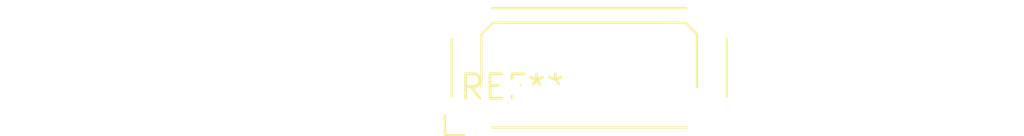
<source format=kicad_pcb>
(kicad_pcb (version 20240108) (generator pcbnew)
  (layers (0 "F.Cu" signal) (31 "B.Cu" signal) (34 "B.Paste" user) (35 "F.Paste" user) (36 "B.SilkS" user "B.Silkscreen") (37 "F.SilkS" user "F.Silkscreen") (38 "B.Mask" user) (39 "F.Mask" user) (44 "Edge.Cuts" user))
  (net 0 "")
  (footprint "Harwin_LTek-Male_2x05_P2.00mm_Vertical_StrainRelief" (layer "F.Cu") (at 0 0)
    (property "Reference" "REF**")
    (property "Value" "Harwin_LTek-Male_2x05_P2.00mm_Vertical_StrainRelief")
    (fp_line (start -3.5 1.5) (end -3.5 2.5) (layer "F.SilkS") (stroke (width 0.12)))
    (fp_line (start -3.5 2.5) (end -2.5 2.5) (layer "F.SilkS") (stroke (width 0.12)))
    (fp_line (start -3.15 -2.5) (end -3.15 0.5) (layer "F.SilkS") (stroke (width 0.12)))
    (fp_line (start -1.6 -2.75) (end -1 -3.35) (layer "F.SilkS") (stroke (width 0.12)))
    (fp_line (start -1.6 0) (end -1.6 -2.75) (layer "F.SilkS") (stroke (width 0.12)))
    (fp_line (start -1.05 -4.1) (end 9.05 -4.1) (layer "F.SilkS") (stroke (width 0.12)))
    (fp_line (start -1.05 2.1) (end 9.05 2.1) (layer "F.SilkS") (stroke (width 0.12)))
    (fp_line (start -1 -3.35) (end 4 -3.35) (layer "F.SilkS") (stroke (width 0.12)))
    (fp_line (start 9 -3.35) (end 4 -3.35) (layer "F.SilkS") (stroke (width 0.12)))
    (fp_line (start 9.6 -2.75) (end 9 -3.35) (layer "F.SilkS") (stroke (width 0.12)))
    (fp_line (start 9.6 0) (end 9.6 -2.75) (layer "F.SilkS") (stroke (width 0.12)))
    (fp_line (start 11.15 -2.5) (end 11.15 0.5) (layer "F.SilkS") (stroke (width 0.12)))
    (pad "" thru_hole circle (at -2.25 -3.375) (size 1.25 1.25) (drill 0.95) (layers *.Cu *.Mask) (remove_unused_layers))
    (pad "" thru_hole circle (at -2.25 1.375) (size 1.25 1.25) (drill 0.95) (layers *.Cu *.Mask) (remove_unused_layers))
    (pad "" thru_hole circle (at 10.25 -3.375) (size 1.25 1.25) (drill 0.95) (layers *.Cu *.Mask) (remove_unused_layers))
    (pad "" thru_hole circle (at 10.25 1.375) (size 1.25 1.25) (drill 0.95) (layers *.Cu *.Mask) (remove_unused_layers))
    (pad "1" thru_hole rect (at 0 0) (size 1.35 1.35) (drill 0.8) (layers *.Cu *.Mask) (remove_unused_layers))
    (pad "2" thru_hole circle (at 0 -2) (size 1.35 1.35) (drill 0.8) (layers *.Cu *.Mask) (remove_unused_layers))
    (pad "3" thru_hole circle (at 2 0) (size 1.35 1.35) (drill 0.8) (layers *.Cu *.Mask) (remove_unused_layers))
    (pad "4" thru_hole circle (at 2 -2) (size 1.35 1.35) (drill 0.8) (layers *.Cu *.Mask) (remove_unused_layers))
    (pad "5" thru_hole circle (at 4 0) (size 1.35 1.35) (drill 0.8) (layers *.Cu *.Mask) (remove_unused_layers))
    (pad "6" thru_hole circle (at 4 -2) (size 1.35 1.35) (drill 0.8) (layers *.Cu *.Mask) (remove_unused_layers))
    (pad "7" thru_hole circle (at 6 0) (size 1.35 1.35) (drill 0.8) (layers *.Cu *.Mask) (remove_unused_layers))
    (pad "8" thru_hole circle (at 6 -2) (size 1.35 1.35) (drill 0.8) (layers *.Cu *.Mask) (remove_unused_layers))
    (pad "9" thru_hole circle (at 8 0) (size 1.35 1.35) (drill 0.8) (layers *.Cu *.Mask) (remove_unused_layers))
    (pad "10" thru_hole circle (at 8 -2) (size 1.35 1.35) (drill 0.8) (layers *.Cu *.Mask) (remove_unused_layers))
  )
)
</source>
